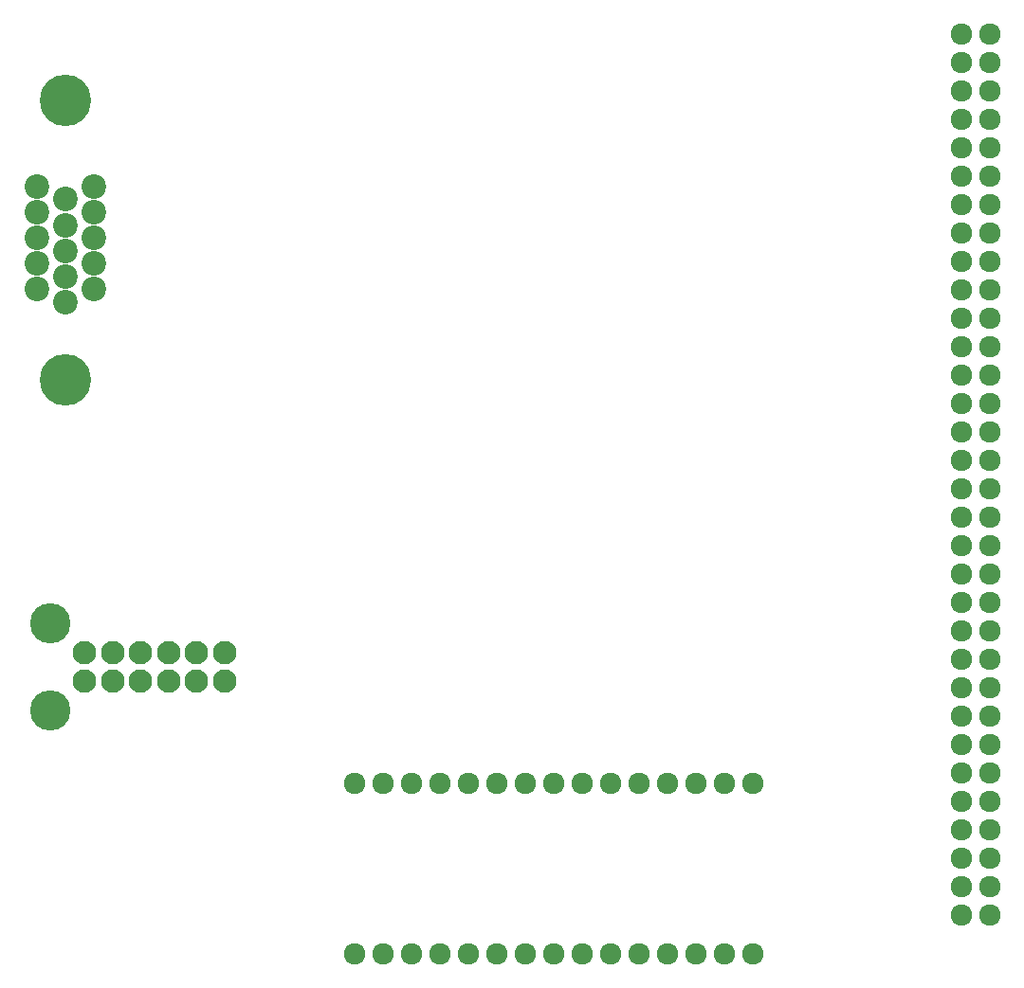
<source format=gbr>
G04 #@! TF.FileFunction,Soldermask,Bot*
%FSLAX46Y46*%
G04 Gerber Fmt 4.6, Leading zero omitted, Abs format (unit mm)*
G04 Created by KiCad (PCBNEW 4.0.7-e2-6376~61~ubuntu18.04.1) date Sat Nov  7 22:51:52 2020*
%MOMM*%
%LPD*%
G01*
G04 APERTURE LIST*
%ADD10C,0.100000*%
%ADD11C,2.100000*%
%ADD12C,3.600000*%
%ADD13C,1.924000*%
%ADD14C,2.200000*%
%ADD15C,4.600000*%
G04 APERTURE END LIST*
D10*
D11*
X141790000Y-122470000D03*
X139290000Y-122470000D03*
X144290000Y-122470000D03*
X144290000Y-124970000D03*
X141790000Y-124970000D03*
X146790000Y-124970000D03*
X146790000Y-122470000D03*
X139290000Y-124970000D03*
X136790000Y-124970000D03*
X134290000Y-124970000D03*
X134290000Y-122470000D03*
X136790000Y-122470000D03*
D12*
X131240000Y-119820000D03*
X131240000Y-127620000D03*
D13*
X212547200Y-67183000D03*
X212547200Y-69723000D03*
X212547200Y-72263000D03*
X212547200Y-74803000D03*
X212547200Y-77343000D03*
X212547200Y-79883000D03*
X212547200Y-82423000D03*
X212547200Y-84963000D03*
X212547200Y-87503000D03*
X212547200Y-90043000D03*
X212547200Y-92583000D03*
X212547200Y-95123000D03*
X212547200Y-97663000D03*
X212547200Y-100203000D03*
X212547200Y-102743000D03*
X212547200Y-105283000D03*
X212547200Y-107823000D03*
X212547200Y-110363000D03*
X212547200Y-112903000D03*
X212547200Y-115443000D03*
X212547200Y-117983000D03*
X212547200Y-120523000D03*
X212547200Y-123063000D03*
X212547200Y-125603000D03*
X212547200Y-128143000D03*
X212547200Y-130683000D03*
X212547200Y-133223000D03*
X212547200Y-135763000D03*
X212547200Y-138303000D03*
X212547200Y-140843000D03*
X212547200Y-143383000D03*
X212547200Y-145923000D03*
X215087200Y-67183000D03*
X215087200Y-69723000D03*
X215087200Y-72263000D03*
X215087200Y-74803000D03*
X215087200Y-77343000D03*
X215087200Y-79883000D03*
X215087200Y-82423000D03*
X215087200Y-84963000D03*
X215087200Y-87503000D03*
X215087200Y-90043000D03*
X215087200Y-92583000D03*
X215087200Y-95123000D03*
X215087200Y-97663000D03*
X215087200Y-100203000D03*
X215087200Y-102743000D03*
X215087200Y-105283000D03*
X215087200Y-107823000D03*
X215087200Y-110363000D03*
X215087200Y-112903000D03*
X215087200Y-115443000D03*
X215087200Y-117983000D03*
X215087200Y-120523000D03*
X215087200Y-123063000D03*
X215087200Y-125603000D03*
X215087200Y-128143000D03*
X215087200Y-130683000D03*
X215087200Y-133223000D03*
X215087200Y-135763000D03*
X215087200Y-138303000D03*
X215087200Y-140843000D03*
X215087200Y-143383000D03*
X215087200Y-145923000D03*
X193967100Y-134112000D03*
X191427100Y-134112000D03*
X188887100Y-134112000D03*
X186347100Y-134112000D03*
X183807100Y-134112000D03*
X181267100Y-134112000D03*
X178727100Y-134112000D03*
X176187100Y-134112000D03*
X173647100Y-134112000D03*
X171107100Y-134112000D03*
X168567100Y-134112000D03*
X166027100Y-134112000D03*
X163487100Y-134112000D03*
X160947100Y-134112000D03*
X158407100Y-134112000D03*
X158407100Y-149352000D03*
X160947100Y-149352000D03*
X163487100Y-149352000D03*
X166027100Y-149352000D03*
X168567100Y-149352000D03*
X171107100Y-149352000D03*
X173647100Y-149352000D03*
X176187100Y-149352000D03*
X178727100Y-149352000D03*
X181267100Y-149352000D03*
X183807100Y-149352000D03*
X186347100Y-149352000D03*
X188887100Y-149352000D03*
X191427100Y-149352000D03*
X193967100Y-149352000D03*
D14*
X135090000Y-85356000D03*
X130010000Y-85356000D03*
X130010000Y-87647080D03*
X130010000Y-89938160D03*
X130010000Y-83064920D03*
X130010000Y-80773840D03*
X132550000Y-81927000D03*
X132550000Y-84218080D03*
X132550000Y-86509160D03*
X132550000Y-88800240D03*
X132550000Y-91091320D03*
X135090000Y-83064920D03*
X135090000Y-80773840D03*
X135090000Y-87647080D03*
X135090000Y-89938160D03*
D15*
X132550000Y-98101720D03*
X132550000Y-73118280D03*
M02*

</source>
